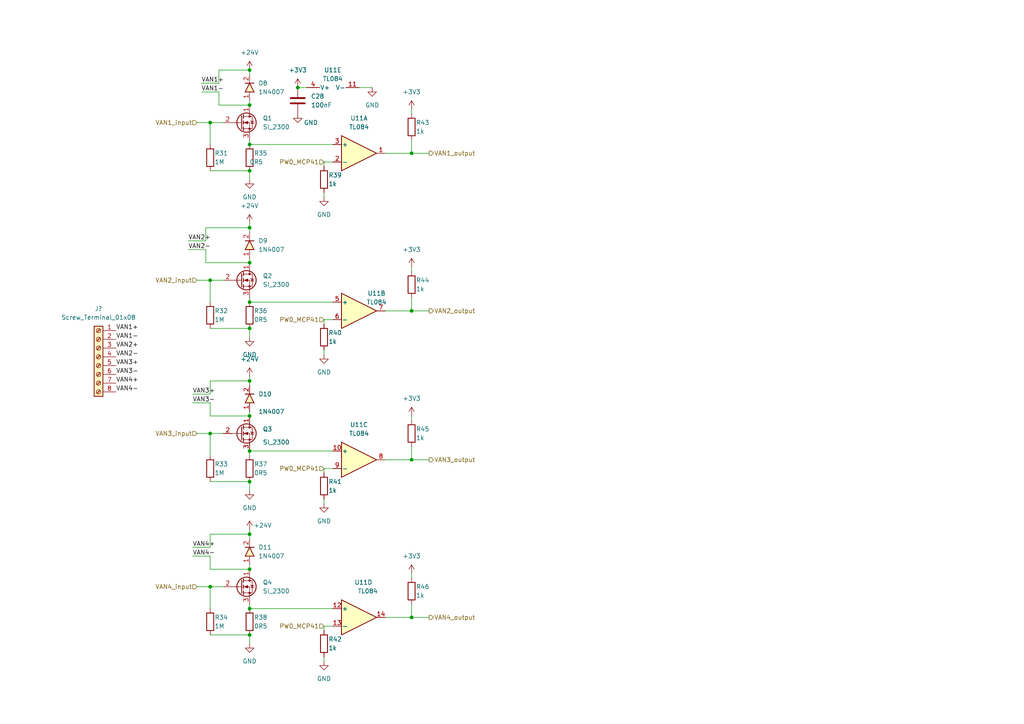
<source format=kicad_sch>
(kicad_sch (version 20211123) (generator eeschema)
  (paper "A4")
  (lib_symbols
    (symbol "Amplifier_Operational:TL084" (pin_names (offset 0.127))
      (property "Reference" "U" (at 0 5.08 0))
      (property "Value" "TL084" (at 0 -5.08 0))
      (symbol "TL084_1_1"
        (polyline (pts (xy -5.08 5.08) (xy 5.08 0) (xy -5.08 -5.08) (xy -5.08 5.08)) (stroke (width 0.254)) (fill (type background)))
        (pin output line (at 7.62 0 180) (length 2.54) (name "~") (number "1"))
        (pin input line (at -7.62 -2.54 0) (length 2.54) (name "-") (number "2"))
        (pin input line (at -7.62 2.54 0) (length 2.54) (name "+") (number "3"))
      )
      (symbol "TL084_2_1"
        (polyline (pts (xy -5.08 5.08) (xy 5.08 0) (xy -5.08 -5.08) (xy -5.08 5.08)) (stroke (width 0.254)) (fill (type background)))
        (pin input line (at -7.62 2.54 0) (length 2.54) (name "+") (number "5"))
        (pin input line (at -7.62 -2.54 0) (length 2.54) (name "-") (number "6"))
        (pin output line (at 7.62 0 180) (length 2.54) (name "~") (number "7"))
      )
      (symbol "TL084_3_1"
        (polyline (pts (xy -5.08 5.08) (xy 5.08 0) (xy -5.08 -5.08) (xy -5.08 5.08)) (stroke (width 0.254)) (fill (type background)))
        (pin input line (at -7.62 2.54 0) (length 2.54) (name "+") (number "10"))
        (pin output line (at 7.62 0 180) (length 2.54) (name "~") (number "8"))
        (pin input line (at -7.62 -2.54 0) (length 2.54) (name "-") (number "9"))
      )
      (symbol "TL084_4_1"
        (polyline (pts (xy -5.08 5.08) (xy 5.08 0) (xy -5.08 -5.08) (xy -5.08 5.08)) (stroke (width 0.254)) (fill (type background)))
        (pin input line (at -7.62 2.54 0) (length 2.54) (name "+") (number "12"))
        (pin input line (at -7.62 -2.54 0) (length 2.54) (name "-") (number "13"))
        (pin output line (at 7.62 0 180) (length 2.54) (name "~") (number "14"))
      )
      (symbol "TL084_5_1"
        (pin power_in line (at -2.54 -7.62 90) (length 3.81) (name "V-") (number "11"))
        (pin power_in line (at -2.54 7.62 270) (length 3.81) (name "V+") (number "4"))
      )
    )
    (symbol "Connector:Screw_Terminal_01x08" (pin_names (offset 1.016) hide)
      (property "Reference" "J" (at 0 10.16 0))
      (property "Value" "Screw_Terminal_01x08" (at 0 -12.7 0))
      (symbol "Screw_Terminal_01x08_1_1"
        (rectangle (start -1.27 8.89) (end 1.27 -11.43) (stroke (width 0.254)) (fill (type background)))
        (circle (center 0 -10.16) (radius 0.635) (stroke (width 0.1524)))
        (circle (center 0 -7.62) (radius 0.635) (stroke (width 0.1524)))
        (circle (center 0 -5.08) (radius 0.635) (stroke (width 0.1524)))
        (circle (center 0 -2.54) (radius 0.635) (stroke (width 0.1524)))
        (polyline (pts (xy -0.5334 -9.8298) (xy 0.3302 -10.668)) (stroke (width 0.1524)))
        (polyline (pts (xy -0.5334 -7.2898) (xy 0.3302 -8.128)) (stroke (width 0.1524)))
        (polyline (pts (xy -0.5334 -4.7498) (xy 0.3302 -5.588)) (stroke (width 0.1524)))
        (polyline (pts (xy -0.5334 -2.2098) (xy 0.3302 -3.048)) (stroke (width 0.1524)))
        (polyline (pts (xy -0.5334 0.3302) (xy 0.3302 -0.508)) (stroke (width 0.1524)))
        (polyline (pts (xy -0.5334 2.8702) (xy 0.3302 2.032)) (stroke (width 0.1524)))
        (polyline (pts (xy -0.5334 5.4102) (xy 0.3302 4.572)) (stroke (width 0.1524)))
        (polyline (pts (xy -0.5334 7.9502) (xy 0.3302 7.112)) (stroke (width 0.1524)))
        (polyline (pts (xy -0.3556 -9.652) (xy 0.508 -10.4902)) (stroke (width 0.1524)))
        (polyline (pts (xy -0.3556 -7.112) (xy 0.508 -7.9502)) (stroke (width 0.1524)))
        (polyline (pts (xy -0.3556 -4.572) (xy 0.508 -5.4102)) (stroke (width 0.1524)))
        (polyline (pts (xy -0.3556 -2.032) (xy 0.508 -2.8702)) (stroke (width 0.1524)))
        (polyline (pts (xy -0.3556 0.508) (xy 0.508 -0.3302)) (stroke (width 0.1524)))
        (polyline (pts (xy -0.3556 3.048) (xy 0.508 2.2098)) (stroke (width 0.1524)))
        (polyline (pts (xy -0.3556 5.588) (xy 0.508 4.7498)) (stroke (width 0.1524)))
        (polyline (pts (xy -0.3556 8.128) (xy 0.508 7.2898)) (stroke (width 0.1524)))
        (circle (center 0 0) (radius 0.635) (stroke (width 0.1524)))
        (circle (center 0 2.54) (radius 0.635) (stroke (width 0.1524)))
        (circle (center 0 5.08) (radius 0.635) (stroke (width 0.1524)))
        (circle (center 0 7.62) (radius 0.635) (stroke (width 0.1524)))
        (pin passive line (at -5.08 7.62 0) (length 3.81) (name "Pin_1") (number "1"))
        (pin passive line (at -5.08 5.08 0) (length 3.81) (name "Pin_2") (number "2"))
        (pin passive line (at -5.08 2.54 0) (length 3.81) (name "Pin_3") (number "3"))
        (pin passive line (at -5.08 0 0) (length 3.81) (name "Pin_4") (number "4"))
        (pin passive line (at -5.08 -2.54 0) (length 3.81) (name "Pin_5") (number "5"))
        (pin passive line (at -5.08 -5.08 0) (length 3.81) (name "Pin_6") (number "6"))
        (pin passive line (at -5.08 -7.62 0) (length 3.81) (name "Pin_7") (number "7"))
        (pin passive line (at -5.08 -10.16 0) (length 3.81) (name "Pin_8") (number "8"))
      )
    )
    (symbol "Device:C" (pin_numbers hide) (pin_names (offset 0.254))
      (property "Reference" "C" (at 0.635 2.54 0))
      (property "Value" "C" (at 0.635 -2.54 0))
      (symbol "C_0_1"
        (polyline (pts (xy -2.032 -0.762) (xy 2.032 -0.762)) (stroke (width 0.508)))
        (polyline (pts (xy -2.032 0.762) (xy 2.032 0.762)) (stroke (width 0.508)))
      )
      (symbol "C_1_1"
        (pin passive line (at 0 3.81 270) (length 2.794) (name "~") (number "1"))
        (pin passive line (at 0 -3.81 90) (length 2.794) (name "~") (number "2"))
      )
    )
    (symbol "Device:Q_NMOS_DGS" (pin_names (offset 0) hide)
      (property "Reference" "Q" (at 5.08 1.27 0))
      (property "Value" "Q_NMOS_DGS" (at 5.08 -1.27 0))
      (symbol "Q_NMOS_DGS_0_1"
        (polyline (pts (xy 0.254 0) (xy -2.54 0)))
        (polyline (pts (xy 0.254 1.905) (xy 0.254 -1.905)) (stroke (width 0.254)))
        (polyline (pts (xy 0.762 -1.27) (xy 0.762 -2.286)) (stroke (width 0.254)))
        (polyline (pts (xy 0.762 0.508) (xy 0.762 -0.508)) (stroke (width 0.254)))
        (polyline (pts (xy 0.762 2.286) (xy 0.762 1.27)) (stroke (width 0.254)))
        (polyline (pts (xy 2.54 2.54) (xy 2.54 1.778)))
        (polyline (pts (xy 2.54 -2.54) (xy 2.54 0) (xy 0.762 0)))
        (polyline (pts (xy 0.762 -1.778) (xy 3.302 -1.778) (xy 3.302 1.778) (xy 0.762 1.778)))
        (polyline (pts (xy 1.016 0) (xy 2.032 0.381) (xy 2.032 -0.381) (xy 1.016 0)) (fill (type outline)))
        (polyline (pts (xy 2.794 0.508) (xy 2.921 0.381) (xy 3.683 0.381) (xy 3.81 0.254)))
        (polyline (pts (xy 3.302 0.381) (xy 2.921 -0.254) (xy 3.683 -0.254) (xy 3.302 0.381)))
        (circle (center 1.651 0) (radius 2.794) (stroke (width 0.254)))
        (circle (center 2.54 -1.778) (radius 0.254) (fill (type outline)))
        (circle (center 2.54 1.778) (radius 0.254) (fill (type outline)))
      )
      (symbol "Q_NMOS_DGS_1_1"
        (pin passive line (at 2.54 5.08 270) (length 2.54) (name "D") (number "1"))
        (pin input line (at -5.08 0 0) (length 2.54) (name "G") (number "2"))
        (pin passive line (at 2.54 -5.08 90) (length 2.54) (name "S") (number "3"))
      )
    )
    (symbol "Device:R" (pin_numbers hide) (pin_names (offset 0))
      (property "Reference" "R" (at 2.032 0 90))
      (property "Value" "R" (at 0 0 90))
      (symbol "R_0_1"
        (rectangle (start -1.016 -2.54) (end 1.016 2.54) (stroke (width 0.254)))
      )
      (symbol "R_1_1"
        (pin passive line (at 0 3.81 270) (length 1.27) (name "~") (number "1"))
        (pin passive line (at 0 -3.81 90) (length 1.27) (name "~") (number "2"))
      )
    )
    (symbol "IVS_SYMBOL_DIR:D_Diode"
      (property "Reference" "D" (at 0 2.54 0))
      (property "Value" "D_Diode" (at 0 -2.54 0))
      (symbol "D_Diode_0_1"
        (polyline (pts (xy 0 1.27) (xy 0 -1.27)) (stroke (width 0.254)))
        (polyline (pts (xy 2.54 1.27) (xy 2.54 -1.27) (xy 0 0) (xy 2.54 1.27)) (stroke (width 0.254)) (fill (type background)))
      )
      (symbol "D_Diode_1_1"
        (pin passive line (at 5.08 0 180) (length 2.54) (name "") (number "1"))
        (pin passive line (at -2.54 0 0) (length 2.54) (name "") (number "2"))
      )
    )
    (symbol "power:+24V" (power) (pin_names (offset 0))
      (property "Value" "+24V" (at 0 3.556 0))
      (symbol "+24V_0_1"
        (polyline (pts (xy -0.762 1.27) (xy 0 2.54)))
        (polyline (pts (xy 0 0) (xy 0 2.54)))
        (polyline (pts (xy 0 2.54) (xy 0.762 1.27)))
      )
      (symbol "+24V_1_1"
        (pin power_in line (at 0 0 90) (length 0) hide (name "+24V") (number "1"))
      )
    )
    (symbol "power:+3V3" (power) (pin_names (offset 0))
      (property "Value" "+3V3" (at 0 3.556 0))
      (symbol "+3V3_0_1"
        (polyline (pts (xy -0.762 1.27) (xy 0 2.54)))
        (polyline (pts (xy 0 0) (xy 0 2.54)))
        (polyline (pts (xy 0 2.54) (xy 0.762 1.27)))
      )
      (symbol "+3V3_1_1"
        (pin power_in line (at 0 0 90) (length 0) hide (name "+3V3") (number "1"))
      )
    )
    (symbol "power:GND" (power) (pin_names (offset 0))
      (property "Value" "GND" (at 0 -3.81 0))
      (symbol "GND_0_1"
        (polyline (pts (xy 0 0) (xy 0 -1.27) (xy 1.27 -1.27) (xy 0 -2.54) (xy -1.27 -1.27) (xy 0 -1.27)))
      )
      (symbol "GND_1_1"
        (pin power_in line (at 0 0 270) (length 0) hide (name "GND") (number "1"))
      )
    )
  )
  (junction (at 72.39 154.94))
  (junction (at 119.38 133.35))
  (junction (at 72.39 41.91))
  (junction (at 72.39 184.15))
  (junction (at 86.36 25.4))
  (junction (at 60.96 81.28))
  (junction (at 72.39 87.63))
  (junction (at 72.39 139.7))
  (junction (at 60.96 170.18))
  (junction (at 72.39 49.53))
  (junction (at 72.39 130.81))
  (junction (at 72.39 95.25))
  (junction (at 119.38 179.07))
  (junction (at 72.39 110.49))
  (junction (at 72.39 66.04))
  (junction (at 119.38 44.45))
  (junction (at 119.38 90.17))
  (junction (at 60.96 35.56))
  (junction (at 60.96 125.73))
  (junction (at 72.39 165.1))
  (junction (at 72.39 76.2))
  (junction (at 72.39 30.48))
  (junction (at 72.39 120.65))
  (junction (at 72.39 20.32))
  (junction (at 72.39 176.53))
  (wire (pts (xy 72.39 109.22) (xy 72.39 110.49)))
  (wire (pts (xy 111.76 44.45) (xy 119.38 44.45)))
  (wire (pts (xy 60.96 41.91) (xy 60.96 35.56)))
  (wire (pts (xy 93.98 146.05) (xy 93.98 144.78)))
  (wire (pts (xy 60.96 170.18) (xy 64.77 170.18)))
  (wire (pts (xy 59.69 76.2) (xy 72.39 76.2)))
  (wire (pts (xy 54.61 69.85) (xy 59.69 69.85)))
  (wire (pts (xy 57.15 125.73) (xy 60.96 125.73)))
  (wire (pts (xy 72.39 184.15) (xy 72.39 186.69)))
  (wire (pts (xy 57.15 170.18) (xy 60.96 170.18)))
  (wire (pts (xy 86.36 25.4) (xy 88.9 25.4)))
  (wire (pts (xy 58.42 24.13) (xy 63.5 24.13)))
  (wire (pts (xy 72.39 153.67) (xy 72.39 154.94)))
  (wire (pts (xy 119.38 179.07) (xy 124.46 179.07)))
  (wire (pts (xy 60.96 120.65) (xy 72.39 120.65)))
  (wire (pts (xy 63.5 26.67) (xy 63.5 30.48)))
  (wire (pts (xy 72.39 29.21) (xy 72.39 30.48)))
  (wire (pts (xy 119.38 86.36) (xy 119.38 90.17)))
  (wire (pts (xy 72.39 87.63) (xy 96.52 87.63)))
  (wire (pts (xy 119.38 133.35) (xy 124.46 133.35)))
  (wire (pts (xy 111.76 179.07) (xy 119.38 179.07)))
  (wire (pts (xy 119.38 40.64) (xy 119.38 44.45)))
  (wire (pts (xy 60.96 176.53) (xy 60.96 170.18)))
  (wire (pts (xy 93.98 181.61) (xy 96.52 181.61)))
  (wire (pts (xy 72.39 154.94) (xy 72.39 156.21)))
  (wire (pts (xy 72.39 139.7) (xy 72.39 142.24)))
  (wire (pts (xy 72.39 176.53) (xy 96.52 176.53)))
  (wire (pts (xy 60.96 95.25) (xy 72.39 95.25)))
  (wire (pts (xy 72.39 74.93) (xy 72.39 76.2)))
  (wire (pts (xy 93.98 92.71) (xy 96.52 92.71)))
  (wire (pts (xy 93.98 135.89) (xy 96.52 135.89)))
  (wire (pts (xy 60.96 125.73) (xy 64.77 125.73)))
  (wire (pts (xy 60.96 35.56) (xy 64.77 35.56)))
  (wire (pts (xy 111.76 133.35) (xy 119.38 133.35)))
  (wire (pts (xy 60.96 114.3) (xy 60.96 110.49)))
  (wire (pts (xy 60.96 139.7) (xy 72.39 139.7)))
  (wire (pts (xy 119.38 129.54) (xy 119.38 133.35)))
  (wire (pts (xy 72.39 86.36) (xy 72.39 87.63)))
  (wire (pts (xy 60.96 165.1) (xy 72.39 165.1)))
  (wire (pts (xy 93.98 102.87) (xy 93.98 101.6)))
  (wire (pts (xy 60.96 132.08) (xy 60.96 125.73)))
  (wire (pts (xy 55.88 116.84) (xy 60.96 116.84)))
  (wire (pts (xy 63.5 30.48) (xy 72.39 30.48)))
  (wire (pts (xy 72.39 95.25) (xy 72.39 97.79)))
  (wire (pts (xy 119.38 78.74) (xy 119.38 77.47)))
  (wire (pts (xy 72.39 130.81) (xy 72.39 132.08)))
  (wire (pts (xy 60.96 184.15) (xy 72.39 184.15)))
  (wire (pts (xy 93.98 93.98) (xy 93.98 92.71)))
  (wire (pts (xy 72.39 110.49) (xy 72.39 111.76)))
  (wire (pts (xy 59.69 69.85) (xy 59.69 66.04)))
  (wire (pts (xy 72.39 119.38) (xy 72.39 120.65)))
  (wire (pts (xy 93.98 48.26) (xy 93.98 46.99)))
  (wire (pts (xy 60.96 158.75) (xy 60.96 154.94)))
  (wire (pts (xy 55.88 114.3) (xy 60.96 114.3)))
  (wire (pts (xy 63.5 20.32) (xy 72.39 20.32)))
  (wire (pts (xy 93.98 182.88) (xy 93.98 181.61)))
  (wire (pts (xy 63.5 24.13) (xy 63.5 20.32)))
  (wire (pts (xy 119.38 167.64) (xy 119.38 166.37)))
  (wire (pts (xy 72.39 66.04) (xy 72.39 67.31)))
  (wire (pts (xy 119.38 44.45) (xy 124.46 44.45)))
  (wire (pts (xy 72.39 163.83) (xy 72.39 165.1)))
  (wire (pts (xy 55.88 158.75) (xy 60.96 158.75)))
  (wire (pts (xy 60.96 154.94) (xy 72.39 154.94)))
  (wire (pts (xy 60.96 110.49) (xy 72.39 110.49)))
  (wire (pts (xy 59.69 72.39) (xy 59.69 76.2)))
  (wire (pts (xy 72.39 40.64) (xy 72.39 41.91)))
  (wire (pts (xy 107.95 25.4) (xy 104.14 25.4)))
  (wire (pts (xy 72.39 175.26) (xy 72.39 176.53)))
  (wire (pts (xy 93.98 46.99) (xy 96.52 46.99)))
  (wire (pts (xy 119.38 33.02) (xy 119.38 31.75)))
  (wire (pts (xy 119.38 121.92) (xy 119.38 120.65)))
  (wire (pts (xy 60.96 87.63) (xy 60.96 81.28)))
  (wire (pts (xy 72.39 41.91) (xy 96.52 41.91)))
  (wire (pts (xy 93.98 191.77) (xy 93.98 190.5)))
  (wire (pts (xy 59.69 66.04) (xy 72.39 66.04)))
  (wire (pts (xy 57.15 81.28) (xy 60.96 81.28)))
  (wire (pts (xy 72.39 64.77) (xy 72.39 66.04)))
  (wire (pts (xy 58.42 26.67) (xy 63.5 26.67)))
  (wire (pts (xy 60.96 161.29) (xy 60.96 165.1)))
  (wire (pts (xy 60.96 116.84) (xy 60.96 120.65)))
  (wire (pts (xy 72.39 49.53) (xy 72.39 52.07)))
  (wire (pts (xy 93.98 57.15) (xy 93.98 55.88)))
  (wire (pts (xy 72.39 130.81) (xy 96.52 130.81)))
  (wire (pts (xy 111.76 90.17) (xy 119.38 90.17)))
  (wire (pts (xy 55.88 161.29) (xy 60.96 161.29)))
  (wire (pts (xy 60.96 49.53) (xy 72.39 49.53)))
  (wire (pts (xy 57.15 35.56) (xy 60.96 35.56)))
  (wire (pts (xy 54.61 72.39) (xy 59.69 72.39)))
  (wire (pts (xy 119.38 90.17) (xy 124.46 90.17)))
  (wire (pts (xy 119.38 175.26) (xy 119.38 179.07)))
  (wire (pts (xy 93.98 137.16) (xy 93.98 135.89)))
  (wire (pts (xy 72.39 20.32) (xy 72.39 21.59)))
  (wire (pts (xy 60.96 81.28) (xy 64.77 81.28)))
  (label "VAN2-" (at 54.61 72.39 0))
  (label "VAN1+" (at 58.42 24.13 0))
  (label "VAN3+" (at 55.88 114.3 0))
  (label "VAN1+" (at 33.655 95.885 0))
  (label "VAN4-" (at 55.88 161.29 0))
  (label "VAN4-" (at 33.655 113.665 0))
  (label "VAN2-" (at 33.655 103.505 0))
  (label "VAN4+" (at 55.88 158.75 0))
  (label "VAN3-" (at 55.88 116.84 0))
  (label "VAN4+" (at 33.655 111.125 0))
  (label "VAN2+" (at 54.61 69.85 0))
  (label "VAN1-" (at 33.655 98.425 0))
  (label "VAN2+" (at 33.655 100.965 0))
  (label "VAN3-" (at 33.655 108.585 0))
  (label "VAN1-" (at 58.42 26.67 0))
  (label "VAN3+" (at 33.655 106.045 0))
  (hierarchical_label "VAN2_input" (shape input) (at 57.15 81.28 180))
  (hierarchical_label "VAN3_output" (shape output) (at 124.46 133.35 0))
  (hierarchical_label "PW0_MCP41" (shape input) (at 93.98 92.71 180))
  (hierarchical_label "VAN4_input" (shape input) (at 57.15 170.18 180))
  (hierarchical_label "PW0_MCP41" (shape input) (at 93.98 46.99 180))
  (hierarchical_label "VAN3_input" (shape input) (at 57.15 125.73 180))
  (hierarchical_label "PW0_MCP41" (shape input) (at 93.98 135.89 180))
  (hierarchical_label "VAN2_output" (shape output) (at 124.46 90.17 0))
  (hierarchical_label "PW0_MCP41" (shape input) (at 93.98 181.61 180))
  (hierarchical_label "VAN1_input" (shape input) (at 57.15 35.56 180))
  (hierarchical_label "VAN4_output" (shape output) (at 124.46 179.07 0))
  (hierarchical_label "VAN1_output" (shape output) (at 124.46 44.45 0))
  (symbol (lib_id "Device:R") (at 60.96 91.44 0) (unit 1)
    (property "Reference" "R32" (at 62.23 90.17 0) (effects (justify left)))
    (property "Value" "1M" (at 62.23 92.71 0) (effects (justify left)))
    (property "Footprint" "IVS_FOOTPRINTS:R0603" (effects hide))
  )
  (symbol (lib_id "Device:R") (at 93.98 52.07 0) (unit 1)
    (property "Reference" "R39" (at 95.25 50.8 0) (effects (justify left)))
    (property "Value" "1k" (at 95.25 53.34 0) (effects (justify left)))
    (property "Footprint" "IVS_FOOTPRINTS:R0603" (effects hide))
  )
  (symbol (lib_id "Device:R") (at 119.38 171.45 0) (unit 1)
    (property "Reference" "R46" (at 120.65 170.18 0) (effects (justify left)))
    (property "Value" "1k" (at 120.65 172.72 0) (effects (justify left)))
    (property "Footprint" "IVS_FOOTPRINTS:R0603" (effects hide))
  )
  (symbol (lib_id "power:GND") (at 93.98 191.77 0) (unit 1)
    (property "Reference" "#PWR082" (effects hide))
    (property "Value" "GND" (at 93.98 196.85 0))
  )
  (symbol (lib_id "Device:Q_NMOS_DGS") (at 69.85 170.18 0) (unit 1)
    (property "Reference" "Q4" (at 76.2 168.9099 0) (effects (justify left)))
    (property "Value" "SI_2300" (at 76.2 171.4499 0) (effects (justify left)))
    (property "Footprint" "IVS_FOOTPRINTS:SOT23-3" (effects hide))
  )
  (symbol (lib_id "power:+24V") (at 72.39 109.22 0) (unit 1)
    (property "Reference" "#PWR073" (effects hide))
    (property "Value" "+24V" (at 72.39 104.14 0))
  )
  (symbol (lib_id "Device:R") (at 119.38 36.83 0) (unit 1)
    (property "Reference" "R43" (at 120.65 35.56 0) (effects (justify left)))
    (property "Value" "1k" (at 120.65 38.1 0) (effects (justify left)))
    (property "Footprint" "IVS_FOOTPRINTS:R0603" (effects hide))
  )
  (symbol (lib_id "Amplifier_Operational:TL084") (at 104.14 44.45 0) (unit 1)
    (property "Reference" "U11" (at 104.14 34.29 0))
    (property "Value" "TL084" (at 104.14 36.83 0))
    (property "Footprint" "IVS_FOOTPRINTS:TSSOP14" (effects hide))
    (property "Datasheet" "http://www.ti.com/lit/ds/symlink/tl081.pdf" (effects hide))
  )
  (symbol (lib_id "power:+3V3") (at 119.38 77.47 0) (unit 1)
    (property "Reference" "#PWR085" (effects hide))
    (property "Value" "+3V3" (at 119.38 72.39 0))
  )
  (symbol (lib_id "power:+24V") (at 72.39 20.32 0) (unit 1)
    (property "Reference" "#PWR069" (effects hide))
    (property "Value" "+24V" (at 72.39 15.24 0))
  )
  (symbol (lib_id "Amplifier_Operational:TL084") (at 104.14 133.35 0) (unit 3)
    (property "Reference" "U11" (at 104.14 123.19 0))
    (property "Value" "TL084" (at 104.14 125.73 0))
    (property "Footprint" "IVS_FOOTPRINTS:TSSOP14" (effects hide))
    (property "Datasheet" "http://www.ti.com/lit/ds/symlink/tl081.pdf" (effects hide))
  )
  (symbol (lib_id "power:GND") (at 93.98 146.05 0) (unit 1)
    (property "Reference" "#PWR081" (effects hide))
    (property "Value" "GND" (at 93.98 151.13 0))
  )
  (symbol (lib_id "Device:R") (at 60.96 180.34 0) (unit 1)
    (property "Reference" "R34" (at 62.23 179.07 0) (effects (justify left)))
    (property "Value" "1M" (at 62.23 181.61 0) (effects (justify left)))
    (property "Footprint" "IVS_FOOTPRINTS:R0603" (effects hide))
  )
  (symbol (lib_id "IVS_SYMBOL_DIR:D_Diode") (at 72.39 114.3 270) (unit 1)
    (property "Reference" "D10" (at 74.93 114.2999 90) (effects (justify left)))
    (property "Value" "1N4007" (at 74.93 119.3799 90) (effects (justify left)))
    (property "Footprint" "IVS_FOOTPRINTS:D_MiniMELF" (effects hide))
  )
  (symbol (lib_id "Connector:Screw_Terminal_01x08") (at 28.575 103.505 0) (mirror y) (unit 1)
    (property "Reference" "J?" (at 28.575 89.535 0))
    (property "Value" "Screw_Terminal_01x08" (at 28.575 92.075 0))
    (property "Footprint" "IVS_FOOTPRINTS:HT-3.96mm" (effects hide))
  )
  (symbol (lib_id "Device:Q_NMOS_DGS") (at 69.85 35.56 0) (unit 1)
    (property "Reference" "Q1" (at 76.2 34.2899 0) (effects (justify left)))
    (property "Value" "SI_2300" (at 76.2 36.8299 0) (effects (justify left)))
    (property "Footprint" "IVS_FOOTPRINTS:SOT23-3" (effects hide))
  )
  (symbol (lib_id "Device:R") (at 93.98 186.69 0) (unit 1)
    (property "Reference" "R42" (at 95.25 185.42 0) (effects (justify left)))
    (property "Value" "1k" (at 95.25 187.96 0) (effects (justify left)))
    (property "Footprint" "IVS_FOOTPRINTS:R0603" (effects hide))
  )
  (symbol (lib_id "power:GND") (at 86.36 33.02 0) (unit 1)
    (property "Reference" "#PWR078" (effects hide))
    (property "Value" "GND" (at 90.17 35.56 0))
  )
  (symbol (lib_id "Device:R") (at 119.38 125.73 0) (unit 1)
    (property "Reference" "R45" (at 120.65 124.46 0) (effects (justify left)))
    (property "Value" "1k" (at 120.65 127 0) (effects (justify left)))
    (property "Footprint" "IVS_FOOTPRINTS:R0603" (effects hide))
  )
  (symbol (lib_id "power:+24V") (at 72.39 64.77 0) (unit 1)
    (property "Reference" "#PWR071" (effects hide))
    (property "Value" "+24V" (at 72.39 59.69 0))
  )
  (symbol (lib_id "Device:R") (at 72.39 45.72 0) (unit 1)
    (property "Reference" "R35" (at 73.66 44.45 0) (effects (justify left)))
    (property "Value" "0R5" (at 72.39 46.99 0) (effects (justify left)))
    (property "Footprint" "Resistor_SMD:R_0805_2012Metric" (effects hide))
  )
  (symbol (lib_id "Amplifier_Operational:TL084") (at 104.14 179.07 0) (unit 4)
    (property "Reference" "U11" (at 105.41 168.91 0))
    (property "Value" "TL084" (at 106.68 171.45 0))
    (property "Footprint" "IVS_FOOTPRINTS:TSSOP14" (effects hide))
    (property "Datasheet" "http://www.ti.com/lit/ds/symlink/tl081.pdf" (effects hide))
  )
  (symbol (lib_id "power:GND") (at 93.98 57.15 0) (unit 1)
    (property "Reference" "#PWR079" (effects hide))
    (property "Value" "GND" (at 93.98 62.23 0))
  )
  (symbol (lib_id "Device:R") (at 72.39 135.89 0) (unit 1)
    (property "Reference" "R37" (at 73.66 134.62 0) (effects (justify left)))
    (property "Value" "0R5" (at 73.66 137.16 0) (effects (justify left)))
    (property "Footprint" "Resistor_SMD:R_0805_2012Metric" (effects hide))
  )
  (symbol (lib_id "Device:Q_NMOS_DGS") (at 69.85 125.73 0) (unit 1)
    (property "Reference" "Q3" (at 76.2 124.4599 0) (effects (justify left)))
    (property "Value" "SI_2300" (at 76.2 128.27 0) (effects (justify left)))
    (property "Footprint" "IVS_FOOTPRINTS:SOT23-3" (effects hide))
  )
  (symbol (lib_id "Device:R") (at 93.98 97.79 0) (unit 1)
    (property "Reference" "R40" (at 95.25 96.52 0) (effects (justify left)))
    (property "Value" "1k" (at 95.25 99.06 0) (effects (justify left)))
    (property "Footprint" "IVS_FOOTPRINTS:R0603" (effects hide))
  )
  (symbol (lib_id "Device:R") (at 60.96 135.89 0) (unit 1)
    (property "Reference" "R33" (at 62.23 134.62 0) (effects (justify left)))
    (property "Value" "1M" (at 62.23 137.16 0) (effects (justify left)))
    (property "Footprint" "IVS_FOOTPRINTS:R0603" (effects hide))
  )
  (symbol (lib_id "power:GND") (at 72.39 186.69 0) (unit 1)
    (property "Reference" "#PWR076" (effects hide))
    (property "Value" "GND" (at 72.39 191.77 0))
  )
  (symbol (lib_id "Device:C") (at 86.36 29.21 0) (unit 1)
    (property "Reference" "C28" (at 90.17 27.9399 0) (effects (justify left)))
    (property "Value" "100nF" (at 90.17 30.4799 0) (effects (justify left)))
    (property "Footprint" "IVS_FOOTPRINTS:C0603" (effects hide))
  )
  (symbol (lib_id "power:+3V3") (at 86.36 25.4 0) (unit 1)
    (property "Reference" "#PWR077" (effects hide))
    (property "Value" "+3V3" (at 86.36 20.32 0))
  )
  (symbol (lib_id "IVS_SYMBOL_DIR:D_Diode") (at 72.39 158.75 270) (unit 1)
    (property "Reference" "D11" (at 74.93 158.7499 90) (effects (justify left)))
    (property "Value" "1N4007" (at 74.93 161.2899 90) (effects (justify left)))
    (property "Footprint" "IVS_FOOTPRINTS:D_MiniMELF" (effects hide))
  )
  (symbol (lib_id "power:GND") (at 72.39 142.24 0) (unit 1)
    (property "Reference" "#PWR074" (effects hide))
    (property "Value" "GND" (at 72.39 147.32 0))
  )
  (symbol (lib_id "Device:R") (at 60.96 45.72 0) (unit 1)
    (property "Reference" "R31" (at 62.23 44.45 0) (effects (justify left)))
    (property "Value" "1M" (at 62.23 46.99 0) (effects (justify left)))
    (property "Footprint" "IVS_FOOTPRINTS:R0603" (effects hide))
  )
  (symbol (lib_id "power:+24V") (at 72.39 153.67 0) (unit 1)
    (property "Reference" "#PWR075" (effects hide))
    (property "Value" "+24V" (at 76.2 152.4 0))
  )
  (symbol (lib_id "Device:R") (at 72.39 180.34 0) (unit 1)
    (property "Reference" "R38" (at 73.66 179.07 0) (effects (justify left)))
    (property "Value" "0R5" (at 73.66 181.61 0) (effects (justify left)))
    (property "Footprint" "Resistor_SMD:R_0805_2012Metric" (effects hide))
  )
  (symbol (lib_id "Device:R") (at 119.38 82.55 0) (unit 1)
    (property "Reference" "R44" (at 120.65 81.28 0) (effects (justify left)))
    (property "Value" "1k" (at 120.65 83.82 0) (effects (justify left)))
    (property "Footprint" "IVS_FOOTPRINTS:R0603" (effects hide))
  )
  (symbol (lib_id "Amplifier_Operational:TL084") (at 104.14 90.17 0) (unit 2)
    (property "Reference" "U11" (at 109.22 85.09 0))
    (property "Value" "TL084" (at 109.22 87.63 0))
    (property "Footprint" "IVS_FOOTPRINTS:TSSOP14" (effects hide))
    (property "Datasheet" "http://www.ti.com/lit/ds/symlink/tl081.pdf" (effects hide))
  )
  (symbol (lib_id "IVS_SYMBOL_DIR:D_Diode") (at 72.39 24.13 270) (unit 1)
    (property "Reference" "D8" (at 74.93 24.1299 90) (effects (justify left)))
    (property "Value" "1N4007" (at 74.93 26.6699 90) (effects (justify left)))
    (property "Footprint" "IVS_FOOTPRINTS:D_MiniMELF" (effects hide))
  )
  (symbol (lib_id "power:+3V3") (at 119.38 120.65 0) (unit 1)
    (property "Reference" "#PWR086" (effects hide))
    (property "Value" "+3V3" (at 119.38 115.57 0))
  )
  (symbol (lib_id "IVS_SYMBOL_DIR:D_Diode") (at 72.39 69.85 270) (unit 1)
    (property "Reference" "D9" (at 74.93 69.8499 90) (effects (justify left)))
    (property "Value" "1N4007" (at 74.93 72.3899 90) (effects (justify left)))
    (property "Footprint" "IVS_FOOTPRINTS:D_MiniMELF" (effects hide))
  )
  (symbol (lib_id "Device:Q_NMOS_DGS") (at 69.85 81.28 0) (unit 1)
    (property "Reference" "Q2" (at 76.2 80.0099 0) (effects (justify left)))
    (property "Value" "SI_2300" (at 76.2 82.5499 0) (effects (justify left)))
    (property "Footprint" "IVS_FOOTPRINTS:SOT23-3" (effects hide))
  )
  (symbol (lib_id "power:GND") (at 107.95 25.4 0) (unit 1)
    (property "Reference" "#PWR083" (effects hide))
    (property "Value" "GND" (at 107.95 30.48 0))
  )
  (symbol (lib_id "power:+3V3") (at 119.38 166.37 0) (unit 1)
    (property "Reference" "#PWR087" (effects hide))
    (property "Value" "+3V3" (at 119.38 161.29 0))
  )
  (symbol (lib_id "Device:R") (at 93.98 140.97 0) (unit 1)
    (property "Reference" "R41" (at 95.25 139.7 0) (effects (justify left)))
    (property "Value" "1k" (at 95.25 142.24 0) (effects (justify left)))
    (property "Footprint" "IVS_FOOTPRINTS:R0603" (effects hide))
  )
  (symbol (lib_id "power:GND") (at 72.39 97.79 0) (unit 1)
    (property "Reference" "#PWR072" (effects hide))
    (property "Value" "GND" (at 72.39 102.87 0))
  )
  (symbol (lib_id "Amplifier_Operational:TL084") (at 96.52 22.86 90) (unit 5)
    (property "Reference" "U11" (at 96.52 20.32 90))
    (property "Value" "TL084" (at 96.52 22.86 90))
    (property "Footprint" "IVS_FOOTPRINTS:TSSOP14" (effects hide))
    (property "Datasheet" "http://www.ti.com/lit/ds/symlink/tl081.pdf" (effects hide))
  )
  (symbol (lib_id "Device:R") (at 72.39 91.44 0) (unit 1)
    (property "Reference" "R36" (at 73.66 90.17 0) (effects (justify left)))
    (property "Value" "0R5" (at 73.66 92.71 0) (effects (justify left)))
    (property "Footprint" "Resistor_SMD:R_0805_2012Metric" (effects hide))
  )
  (symbol (lib_id "power:GND") (at 72.39 52.07 0) (unit 1)
    (property "Reference" "#PWR070" (effects hide))
    (property "Value" "GND" (at 72.39 57.15 0))
  )
  (symbol (lib_id "power:GND") (at 93.98 102.87 0) (unit 1)
    (property "Reference" "#PWR080" (effects hide))
    (property "Value" "GND" (at 93.98 107.95 0))
  )
  (symbol (lib_id "power:+3V3") (at 119.38 31.75 0) (unit 1)
    (property "Reference" "#PWR084" (effects hide))
    (property "Value" "+3V3" (at 119.38 26.67 0))
  )
)
</source>
